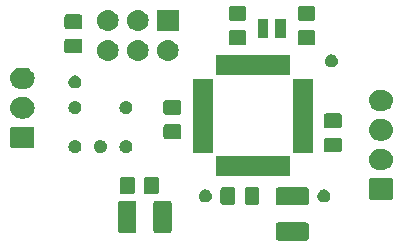
<source format=gbr>
G04 #@! TF.GenerationSoftware,KiCad,Pcbnew,(5.1.4)-1*
G04 #@! TF.CreationDate,2020-02-08T14:35:32-05:00*
G04 #@! TF.ProjectId,Psyduck,50737964-7563-46b2-9e6b-696361645f70,rev?*
G04 #@! TF.SameCoordinates,Original*
G04 #@! TF.FileFunction,Soldermask,Top*
G04 #@! TF.FilePolarity,Negative*
%FSLAX46Y46*%
G04 Gerber Fmt 4.6, Leading zero omitted, Abs format (unit mm)*
G04 Created by KiCad (PCBNEW (5.1.4)-1) date 2020-02-08 14:35:32*
%MOMM*%
%LPD*%
G04 APERTURE LIST*
%ADD10C,0.100000*%
G04 APERTURE END LIST*
D10*
G36*
X39325562Y-33875181D02*
G01*
X39360481Y-33885774D01*
X39392663Y-33902976D01*
X39420873Y-33926127D01*
X39444024Y-33954337D01*
X39461226Y-33986519D01*
X39471819Y-34021438D01*
X39476000Y-34063895D01*
X39476000Y-35205105D01*
X39471819Y-35247562D01*
X39461226Y-35282481D01*
X39444024Y-35314663D01*
X39420873Y-35342873D01*
X39392663Y-35366024D01*
X39360481Y-35383226D01*
X39325562Y-35393819D01*
X39283105Y-35398000D01*
X36916895Y-35398000D01*
X36874438Y-35393819D01*
X36839519Y-35383226D01*
X36807337Y-35366024D01*
X36779127Y-35342873D01*
X36755976Y-35314663D01*
X36738774Y-35282481D01*
X36728181Y-35247562D01*
X36724000Y-35205105D01*
X36724000Y-34063895D01*
X36728181Y-34021438D01*
X36738774Y-33986519D01*
X36755976Y-33954337D01*
X36779127Y-33926127D01*
X36807337Y-33902976D01*
X36839519Y-33885774D01*
X36874438Y-33875181D01*
X36916895Y-33871000D01*
X39283105Y-33871000D01*
X39325562Y-33875181D01*
X39325562Y-33875181D01*
G37*
G36*
X27718062Y-32029181D02*
G01*
X27752981Y-32039774D01*
X27785163Y-32056976D01*
X27813373Y-32080127D01*
X27836524Y-32108337D01*
X27853726Y-32140519D01*
X27864319Y-32175438D01*
X27868500Y-32217895D01*
X27868500Y-34584105D01*
X27864319Y-34626562D01*
X27853726Y-34661481D01*
X27836524Y-34693663D01*
X27813373Y-34721873D01*
X27785163Y-34745024D01*
X27752981Y-34762226D01*
X27718062Y-34772819D01*
X27675605Y-34777000D01*
X26534395Y-34777000D01*
X26491938Y-34772819D01*
X26457019Y-34762226D01*
X26424837Y-34745024D01*
X26396627Y-34721873D01*
X26373476Y-34693663D01*
X26356274Y-34661481D01*
X26345681Y-34626562D01*
X26341500Y-34584105D01*
X26341500Y-32217895D01*
X26345681Y-32175438D01*
X26356274Y-32140519D01*
X26373476Y-32108337D01*
X26396627Y-32080127D01*
X26424837Y-32056976D01*
X26457019Y-32039774D01*
X26491938Y-32029181D01*
X26534395Y-32025000D01*
X27675605Y-32025000D01*
X27718062Y-32029181D01*
X27718062Y-32029181D01*
G37*
G36*
X24743062Y-32029181D02*
G01*
X24777981Y-32039774D01*
X24810163Y-32056976D01*
X24838373Y-32080127D01*
X24861524Y-32108337D01*
X24878726Y-32140519D01*
X24889319Y-32175438D01*
X24893500Y-32217895D01*
X24893500Y-34584105D01*
X24889319Y-34626562D01*
X24878726Y-34661481D01*
X24861524Y-34693663D01*
X24838373Y-34721873D01*
X24810163Y-34745024D01*
X24777981Y-34762226D01*
X24743062Y-34772819D01*
X24700605Y-34777000D01*
X23559395Y-34777000D01*
X23516938Y-34772819D01*
X23482019Y-34762226D01*
X23449837Y-34745024D01*
X23421627Y-34721873D01*
X23398476Y-34693663D01*
X23381274Y-34661481D01*
X23370681Y-34626562D01*
X23366500Y-34584105D01*
X23366500Y-32217895D01*
X23370681Y-32175438D01*
X23381274Y-32140519D01*
X23398476Y-32108337D01*
X23421627Y-32080127D01*
X23449837Y-32056976D01*
X23482019Y-32039774D01*
X23516938Y-32029181D01*
X23559395Y-32025000D01*
X24700605Y-32025000D01*
X24743062Y-32029181D01*
X24743062Y-32029181D01*
G37*
G36*
X39325562Y-30900181D02*
G01*
X39360481Y-30910774D01*
X39392663Y-30927976D01*
X39420873Y-30951127D01*
X39444024Y-30979337D01*
X39461226Y-31011519D01*
X39471819Y-31046438D01*
X39476000Y-31088895D01*
X39476000Y-32230105D01*
X39471819Y-32272562D01*
X39461226Y-32307481D01*
X39444024Y-32339663D01*
X39420873Y-32367873D01*
X39392663Y-32391024D01*
X39360481Y-32408226D01*
X39325562Y-32418819D01*
X39283105Y-32423000D01*
X36916895Y-32423000D01*
X36874438Y-32418819D01*
X36839519Y-32408226D01*
X36807337Y-32391024D01*
X36779127Y-32367873D01*
X36755976Y-32339663D01*
X36738774Y-32307481D01*
X36728181Y-32272562D01*
X36724000Y-32230105D01*
X36724000Y-31088895D01*
X36728181Y-31046438D01*
X36738774Y-31011519D01*
X36755976Y-30979337D01*
X36779127Y-30951127D01*
X36807337Y-30927976D01*
X36839519Y-30910774D01*
X36874438Y-30900181D01*
X36916895Y-30896000D01*
X39283105Y-30896000D01*
X39325562Y-30900181D01*
X39325562Y-30900181D01*
G37*
G36*
X35152674Y-30876465D02*
G01*
X35190367Y-30887899D01*
X35225103Y-30906466D01*
X35255548Y-30931452D01*
X35280534Y-30961897D01*
X35299101Y-30996633D01*
X35310535Y-31034326D01*
X35315000Y-31079661D01*
X35315000Y-32166339D01*
X35310535Y-32211674D01*
X35299101Y-32249367D01*
X35280534Y-32284103D01*
X35255548Y-32314548D01*
X35225103Y-32339534D01*
X35190367Y-32358101D01*
X35152674Y-32369535D01*
X35107339Y-32374000D01*
X34270661Y-32374000D01*
X34225326Y-32369535D01*
X34187633Y-32358101D01*
X34152897Y-32339534D01*
X34122452Y-32314548D01*
X34097466Y-32284103D01*
X34078899Y-32249367D01*
X34067465Y-32211674D01*
X34063000Y-32166339D01*
X34063000Y-31079661D01*
X34067465Y-31034326D01*
X34078899Y-30996633D01*
X34097466Y-30961897D01*
X34122452Y-30931452D01*
X34152897Y-30906466D01*
X34187633Y-30887899D01*
X34225326Y-30876465D01*
X34270661Y-30872000D01*
X35107339Y-30872000D01*
X35152674Y-30876465D01*
X35152674Y-30876465D01*
G37*
G36*
X33102674Y-30876465D02*
G01*
X33140367Y-30887899D01*
X33175103Y-30906466D01*
X33205548Y-30931452D01*
X33230534Y-30961897D01*
X33249101Y-30996633D01*
X33260535Y-31034326D01*
X33265000Y-31079661D01*
X33265000Y-32166339D01*
X33260535Y-32211674D01*
X33249101Y-32249367D01*
X33230534Y-32284103D01*
X33205548Y-32314548D01*
X33175103Y-32339534D01*
X33140367Y-32358101D01*
X33102674Y-32369535D01*
X33057339Y-32374000D01*
X32220661Y-32374000D01*
X32175326Y-32369535D01*
X32137633Y-32358101D01*
X32102897Y-32339534D01*
X32072452Y-32314548D01*
X32047466Y-32284103D01*
X32028899Y-32249367D01*
X32017465Y-32211674D01*
X32013000Y-32166339D01*
X32013000Y-31079661D01*
X32017465Y-31034326D01*
X32028899Y-30996633D01*
X32047466Y-30961897D01*
X32072452Y-30931452D01*
X32102897Y-30906466D01*
X32137633Y-30887899D01*
X32175326Y-30876465D01*
X32220661Y-30872000D01*
X33057339Y-30872000D01*
X33102674Y-30876465D01*
X33102674Y-30876465D01*
G37*
G36*
X40927721Y-31093174D02*
G01*
X41027995Y-31134709D01*
X41071675Y-31163895D01*
X41118242Y-31195010D01*
X41194990Y-31271758D01*
X41194991Y-31271760D01*
X41255291Y-31362005D01*
X41296826Y-31462279D01*
X41318000Y-31568730D01*
X41318000Y-31677270D01*
X41296826Y-31783721D01*
X41255291Y-31883995D01*
X41255290Y-31883996D01*
X41194990Y-31974242D01*
X41118242Y-32050990D01*
X41109283Y-32056976D01*
X41027995Y-32111291D01*
X40927721Y-32152826D01*
X40821270Y-32174000D01*
X40712730Y-32174000D01*
X40606279Y-32152826D01*
X40506005Y-32111291D01*
X40424717Y-32056976D01*
X40415758Y-32050990D01*
X40339010Y-31974242D01*
X40278710Y-31883996D01*
X40278709Y-31883995D01*
X40237174Y-31783721D01*
X40216000Y-31677270D01*
X40216000Y-31568730D01*
X40237174Y-31462279D01*
X40278709Y-31362005D01*
X40339009Y-31271760D01*
X40339010Y-31271758D01*
X40415758Y-31195010D01*
X40462325Y-31163895D01*
X40506005Y-31134709D01*
X40606279Y-31093174D01*
X40712730Y-31072000D01*
X40821270Y-31072000D01*
X40927721Y-31093174D01*
X40927721Y-31093174D01*
G37*
G36*
X30894721Y-31093174D02*
G01*
X30994995Y-31134709D01*
X31038675Y-31163895D01*
X31085242Y-31195010D01*
X31161990Y-31271758D01*
X31161991Y-31271760D01*
X31222291Y-31362005D01*
X31263826Y-31462279D01*
X31285000Y-31568730D01*
X31285000Y-31677270D01*
X31263826Y-31783721D01*
X31222291Y-31883995D01*
X31222290Y-31883996D01*
X31161990Y-31974242D01*
X31085242Y-32050990D01*
X31076283Y-32056976D01*
X30994995Y-32111291D01*
X30894721Y-32152826D01*
X30788270Y-32174000D01*
X30679730Y-32174000D01*
X30573279Y-32152826D01*
X30473005Y-32111291D01*
X30391717Y-32056976D01*
X30382758Y-32050990D01*
X30306010Y-31974242D01*
X30245710Y-31883996D01*
X30245709Y-31883995D01*
X30204174Y-31783721D01*
X30183000Y-31677270D01*
X30183000Y-31568730D01*
X30204174Y-31462279D01*
X30245709Y-31362005D01*
X30306009Y-31271760D01*
X30306010Y-31271758D01*
X30382758Y-31195010D01*
X30429325Y-31163895D01*
X30473005Y-31134709D01*
X30573279Y-31093174D01*
X30679730Y-31072000D01*
X30788270Y-31072000D01*
X30894721Y-31093174D01*
X30894721Y-31093174D01*
G37*
G36*
X46476600Y-30137989D02*
G01*
X46509652Y-30148015D01*
X46540103Y-30164292D01*
X46566799Y-30186201D01*
X46588708Y-30212897D01*
X46604985Y-30243348D01*
X46615011Y-30276400D01*
X46619000Y-30316903D01*
X46619000Y-31753097D01*
X46615011Y-31793600D01*
X46604985Y-31826652D01*
X46588708Y-31857103D01*
X46566799Y-31883799D01*
X46540103Y-31905708D01*
X46509652Y-31921985D01*
X46476600Y-31932011D01*
X46436097Y-31936000D01*
X44749903Y-31936000D01*
X44709400Y-31932011D01*
X44676348Y-31921985D01*
X44645897Y-31905708D01*
X44619201Y-31883799D01*
X44597292Y-31857103D01*
X44581015Y-31826652D01*
X44570989Y-31793600D01*
X44567000Y-31753097D01*
X44567000Y-30316903D01*
X44570989Y-30276400D01*
X44581015Y-30243348D01*
X44597292Y-30212897D01*
X44619201Y-30186201D01*
X44645897Y-30164292D01*
X44676348Y-30148015D01*
X44709400Y-30137989D01*
X44749903Y-30134000D01*
X46436097Y-30134000D01*
X46476600Y-30137989D01*
X46476600Y-30137989D01*
G37*
G36*
X26634674Y-29987465D02*
G01*
X26672367Y-29998899D01*
X26707103Y-30017466D01*
X26737548Y-30042452D01*
X26762534Y-30072897D01*
X26781101Y-30107633D01*
X26792535Y-30145326D01*
X26797000Y-30190661D01*
X26797000Y-31277339D01*
X26792535Y-31322674D01*
X26781101Y-31360367D01*
X26762534Y-31395103D01*
X26737548Y-31425548D01*
X26707103Y-31450534D01*
X26672367Y-31469101D01*
X26634674Y-31480535D01*
X26589339Y-31485000D01*
X25752661Y-31485000D01*
X25707326Y-31480535D01*
X25669633Y-31469101D01*
X25634897Y-31450534D01*
X25604452Y-31425548D01*
X25579466Y-31395103D01*
X25560899Y-31360367D01*
X25549465Y-31322674D01*
X25545000Y-31277339D01*
X25545000Y-30190661D01*
X25549465Y-30145326D01*
X25560899Y-30107633D01*
X25579466Y-30072897D01*
X25604452Y-30042452D01*
X25634897Y-30017466D01*
X25669633Y-29998899D01*
X25707326Y-29987465D01*
X25752661Y-29983000D01*
X26589339Y-29983000D01*
X26634674Y-29987465D01*
X26634674Y-29987465D01*
G37*
G36*
X24584674Y-29987465D02*
G01*
X24622367Y-29998899D01*
X24657103Y-30017466D01*
X24687548Y-30042452D01*
X24712534Y-30072897D01*
X24731101Y-30107633D01*
X24742535Y-30145326D01*
X24747000Y-30190661D01*
X24747000Y-31277339D01*
X24742535Y-31322674D01*
X24731101Y-31360367D01*
X24712534Y-31395103D01*
X24687548Y-31425548D01*
X24657103Y-31450534D01*
X24622367Y-31469101D01*
X24584674Y-31480535D01*
X24539339Y-31485000D01*
X23702661Y-31485000D01*
X23657326Y-31480535D01*
X23619633Y-31469101D01*
X23584897Y-31450534D01*
X23554452Y-31425548D01*
X23529466Y-31395103D01*
X23510899Y-31360367D01*
X23499465Y-31322674D01*
X23495000Y-31277339D01*
X23495000Y-30190661D01*
X23499465Y-30145326D01*
X23510899Y-30107633D01*
X23529466Y-30072897D01*
X23554452Y-30042452D01*
X23584897Y-30017466D01*
X23619633Y-29998899D01*
X23657326Y-29987465D01*
X23702661Y-29983000D01*
X24539339Y-29983000D01*
X24584674Y-29987465D01*
X24584674Y-29987465D01*
G37*
G36*
X37905000Y-29925000D02*
G01*
X31653000Y-29925000D01*
X31653000Y-28223000D01*
X37905000Y-28223000D01*
X37905000Y-29925000D01*
X37905000Y-29925000D01*
G37*
G36*
X45828443Y-27640519D02*
G01*
X45894627Y-27647037D01*
X46064466Y-27698557D01*
X46220991Y-27782222D01*
X46256729Y-27811552D01*
X46358186Y-27894814D01*
X46430557Y-27983000D01*
X46470778Y-28032009D01*
X46554443Y-28188534D01*
X46605963Y-28358373D01*
X46623359Y-28535000D01*
X46605963Y-28711627D01*
X46554443Y-28881466D01*
X46470778Y-29037991D01*
X46441448Y-29073729D01*
X46358186Y-29175186D01*
X46256729Y-29258448D01*
X46220991Y-29287778D01*
X46064466Y-29371443D01*
X45894627Y-29422963D01*
X45828443Y-29429481D01*
X45762260Y-29436000D01*
X45423740Y-29436000D01*
X45357557Y-29429481D01*
X45291373Y-29422963D01*
X45121534Y-29371443D01*
X44965009Y-29287778D01*
X44929271Y-29258448D01*
X44827814Y-29175186D01*
X44744552Y-29073729D01*
X44715222Y-29037991D01*
X44631557Y-28881466D01*
X44580037Y-28711627D01*
X44562641Y-28535000D01*
X44580037Y-28358373D01*
X44631557Y-28188534D01*
X44715222Y-28032009D01*
X44755443Y-27983000D01*
X44827814Y-27894814D01*
X44929271Y-27811552D01*
X44965009Y-27782222D01*
X45121534Y-27698557D01*
X45291373Y-27647037D01*
X45357557Y-27640519D01*
X45423740Y-27634000D01*
X45762260Y-27634000D01*
X45828443Y-27640519D01*
X45828443Y-27640519D01*
G37*
G36*
X19845721Y-26902174D02*
G01*
X19945995Y-26943709D01*
X19945996Y-26943710D01*
X20036242Y-27004010D01*
X20112990Y-27080758D01*
X20112991Y-27080760D01*
X20173291Y-27171005D01*
X20214826Y-27271279D01*
X20236000Y-27377730D01*
X20236000Y-27486270D01*
X20214826Y-27592721D01*
X20173291Y-27692995D01*
X20169574Y-27698558D01*
X20112990Y-27783242D01*
X20036242Y-27859990D01*
X19990812Y-27890345D01*
X19945995Y-27920291D01*
X19845721Y-27961826D01*
X19739270Y-27983000D01*
X19630730Y-27983000D01*
X19524279Y-27961826D01*
X19424005Y-27920291D01*
X19379188Y-27890345D01*
X19333758Y-27859990D01*
X19257010Y-27783242D01*
X19200426Y-27698558D01*
X19196709Y-27692995D01*
X19155174Y-27592721D01*
X19134000Y-27486270D01*
X19134000Y-27377730D01*
X19155174Y-27271279D01*
X19196709Y-27171005D01*
X19257009Y-27080760D01*
X19257010Y-27080758D01*
X19333758Y-27004010D01*
X19424004Y-26943710D01*
X19424005Y-26943709D01*
X19524279Y-26902174D01*
X19630730Y-26881000D01*
X19739270Y-26881000D01*
X19845721Y-26902174D01*
X19845721Y-26902174D01*
G37*
G36*
X22004721Y-26902174D02*
G01*
X22104995Y-26943709D01*
X22104996Y-26943710D01*
X22195242Y-27004010D01*
X22271990Y-27080758D01*
X22271991Y-27080760D01*
X22332291Y-27171005D01*
X22373826Y-27271279D01*
X22395000Y-27377730D01*
X22395000Y-27486270D01*
X22373826Y-27592721D01*
X22332291Y-27692995D01*
X22328574Y-27698558D01*
X22271990Y-27783242D01*
X22195242Y-27859990D01*
X22149812Y-27890345D01*
X22104995Y-27920291D01*
X22004721Y-27961826D01*
X21898270Y-27983000D01*
X21789730Y-27983000D01*
X21683279Y-27961826D01*
X21583005Y-27920291D01*
X21538188Y-27890345D01*
X21492758Y-27859990D01*
X21416010Y-27783242D01*
X21359426Y-27698558D01*
X21355709Y-27692995D01*
X21314174Y-27592721D01*
X21293000Y-27486270D01*
X21293000Y-27377730D01*
X21314174Y-27271279D01*
X21355709Y-27171005D01*
X21416009Y-27080760D01*
X21416010Y-27080758D01*
X21492758Y-27004010D01*
X21583004Y-26943710D01*
X21583005Y-26943709D01*
X21683279Y-26902174D01*
X21789730Y-26881000D01*
X21898270Y-26881000D01*
X22004721Y-26902174D01*
X22004721Y-26902174D01*
G37*
G36*
X24163721Y-26902174D02*
G01*
X24263995Y-26943709D01*
X24263996Y-26943710D01*
X24354242Y-27004010D01*
X24430990Y-27080758D01*
X24430991Y-27080760D01*
X24491291Y-27171005D01*
X24532826Y-27271279D01*
X24554000Y-27377730D01*
X24554000Y-27486270D01*
X24532826Y-27592721D01*
X24491291Y-27692995D01*
X24487574Y-27698558D01*
X24430990Y-27783242D01*
X24354242Y-27859990D01*
X24308812Y-27890345D01*
X24263995Y-27920291D01*
X24163721Y-27961826D01*
X24057270Y-27983000D01*
X23948730Y-27983000D01*
X23842279Y-27961826D01*
X23742005Y-27920291D01*
X23697188Y-27890345D01*
X23651758Y-27859990D01*
X23575010Y-27783242D01*
X23518426Y-27698558D01*
X23514709Y-27692995D01*
X23473174Y-27592721D01*
X23452000Y-27486270D01*
X23452000Y-27377730D01*
X23473174Y-27271279D01*
X23514709Y-27171005D01*
X23575009Y-27080760D01*
X23575010Y-27080758D01*
X23651758Y-27004010D01*
X23742004Y-26943710D01*
X23742005Y-26943709D01*
X23842279Y-26902174D01*
X23948730Y-26881000D01*
X24057270Y-26881000D01*
X24163721Y-26902174D01*
X24163721Y-26902174D01*
G37*
G36*
X31380000Y-27950000D02*
G01*
X29678000Y-27950000D01*
X29678000Y-21698000D01*
X31380000Y-21698000D01*
X31380000Y-27950000D01*
X31380000Y-27950000D01*
G37*
G36*
X39880000Y-27950000D02*
G01*
X38178000Y-27950000D01*
X38178000Y-21698000D01*
X39880000Y-21698000D01*
X39880000Y-27950000D01*
X39880000Y-27950000D01*
G37*
G36*
X42117674Y-26692465D02*
G01*
X42155367Y-26703899D01*
X42190103Y-26722466D01*
X42220548Y-26747452D01*
X42245534Y-26777897D01*
X42264101Y-26812633D01*
X42275535Y-26850326D01*
X42280000Y-26895661D01*
X42280000Y-27732339D01*
X42275535Y-27777674D01*
X42264101Y-27815367D01*
X42245534Y-27850103D01*
X42220548Y-27880548D01*
X42190103Y-27905534D01*
X42155367Y-27924101D01*
X42117674Y-27935535D01*
X42072339Y-27940000D01*
X40985661Y-27940000D01*
X40940326Y-27935535D01*
X40902633Y-27924101D01*
X40867897Y-27905534D01*
X40837452Y-27880548D01*
X40812466Y-27850103D01*
X40793899Y-27815367D01*
X40782465Y-27777674D01*
X40778000Y-27732339D01*
X40778000Y-26895661D01*
X40782465Y-26850326D01*
X40793899Y-26812633D01*
X40812466Y-26777897D01*
X40837452Y-26747452D01*
X40867897Y-26722466D01*
X40902633Y-26703899D01*
X40940326Y-26692465D01*
X40985661Y-26688000D01*
X42072339Y-26688000D01*
X42117674Y-26692465D01*
X42117674Y-26692465D01*
G37*
G36*
X16123600Y-25772989D02*
G01*
X16156652Y-25783015D01*
X16187103Y-25799292D01*
X16213799Y-25821201D01*
X16235708Y-25847897D01*
X16251985Y-25878348D01*
X16262011Y-25911400D01*
X16266000Y-25951903D01*
X16266000Y-27388097D01*
X16262011Y-27428600D01*
X16251985Y-27461652D01*
X16235708Y-27492103D01*
X16213799Y-27518799D01*
X16187103Y-27540708D01*
X16156652Y-27556985D01*
X16123600Y-27567011D01*
X16083097Y-27571000D01*
X14396903Y-27571000D01*
X14356400Y-27567011D01*
X14323348Y-27556985D01*
X14292897Y-27540708D01*
X14266201Y-27518799D01*
X14244292Y-27492103D01*
X14228015Y-27461652D01*
X14217989Y-27428600D01*
X14214000Y-27388097D01*
X14214000Y-25951903D01*
X14217989Y-25911400D01*
X14228015Y-25878348D01*
X14244292Y-25847897D01*
X14266201Y-25821201D01*
X14292897Y-25799292D01*
X14323348Y-25783015D01*
X14356400Y-25772989D01*
X14396903Y-25769000D01*
X16083097Y-25769000D01*
X16123600Y-25772989D01*
X16123600Y-25772989D01*
G37*
G36*
X45828443Y-25140519D02*
G01*
X45894627Y-25147037D01*
X46064466Y-25198557D01*
X46220991Y-25282222D01*
X46256729Y-25311552D01*
X46358186Y-25394814D01*
X46441448Y-25496271D01*
X46470778Y-25532009D01*
X46554443Y-25688534D01*
X46605963Y-25858373D01*
X46623359Y-26035000D01*
X46605963Y-26211627D01*
X46554443Y-26381466D01*
X46470778Y-26537991D01*
X46441448Y-26573729D01*
X46358186Y-26675186D01*
X46295924Y-26726282D01*
X46220991Y-26787778D01*
X46064466Y-26871443D01*
X45894627Y-26922963D01*
X45828443Y-26929481D01*
X45762260Y-26936000D01*
X45423740Y-26936000D01*
X45357557Y-26929481D01*
X45291373Y-26922963D01*
X45121534Y-26871443D01*
X44965009Y-26787778D01*
X44890076Y-26726282D01*
X44827814Y-26675186D01*
X44744552Y-26573729D01*
X44715222Y-26537991D01*
X44631557Y-26381466D01*
X44580037Y-26211627D01*
X44562641Y-26035000D01*
X44580037Y-25858373D01*
X44631557Y-25688534D01*
X44715222Y-25532009D01*
X44744552Y-25496271D01*
X44827814Y-25394814D01*
X44929271Y-25311552D01*
X44965009Y-25282222D01*
X45121534Y-25198557D01*
X45291373Y-25147037D01*
X45357558Y-25140518D01*
X45423740Y-25134000D01*
X45762260Y-25134000D01*
X45828443Y-25140519D01*
X45828443Y-25140519D01*
G37*
G36*
X28528674Y-25558465D02*
G01*
X28566367Y-25569899D01*
X28601103Y-25588466D01*
X28631548Y-25613452D01*
X28656534Y-25643897D01*
X28675101Y-25678633D01*
X28686535Y-25716326D01*
X28691000Y-25761661D01*
X28691000Y-26598339D01*
X28686535Y-26643674D01*
X28675101Y-26681367D01*
X28656534Y-26716103D01*
X28631548Y-26746548D01*
X28601103Y-26771534D01*
X28566367Y-26790101D01*
X28528674Y-26801535D01*
X28483339Y-26806000D01*
X27396661Y-26806000D01*
X27351326Y-26801535D01*
X27313633Y-26790101D01*
X27278897Y-26771534D01*
X27248452Y-26746548D01*
X27223466Y-26716103D01*
X27204899Y-26681367D01*
X27193465Y-26643674D01*
X27189000Y-26598339D01*
X27189000Y-25761661D01*
X27193465Y-25716326D01*
X27204899Y-25678633D01*
X27223466Y-25643897D01*
X27248452Y-25613452D01*
X27278897Y-25588466D01*
X27313633Y-25569899D01*
X27351326Y-25558465D01*
X27396661Y-25554000D01*
X28483339Y-25554000D01*
X28528674Y-25558465D01*
X28528674Y-25558465D01*
G37*
G36*
X42117674Y-24642465D02*
G01*
X42155367Y-24653899D01*
X42190103Y-24672466D01*
X42220548Y-24697452D01*
X42245534Y-24727897D01*
X42264101Y-24762633D01*
X42275535Y-24800326D01*
X42280000Y-24845661D01*
X42280000Y-25682339D01*
X42275535Y-25727674D01*
X42264101Y-25765367D01*
X42245534Y-25800103D01*
X42220548Y-25830548D01*
X42190103Y-25855534D01*
X42155367Y-25874101D01*
X42117674Y-25885535D01*
X42072339Y-25890000D01*
X40985661Y-25890000D01*
X40940326Y-25885535D01*
X40902633Y-25874101D01*
X40867897Y-25855534D01*
X40837452Y-25830548D01*
X40812466Y-25800103D01*
X40793899Y-25765367D01*
X40782465Y-25727674D01*
X40778000Y-25682339D01*
X40778000Y-24845661D01*
X40782465Y-24800326D01*
X40793899Y-24762633D01*
X40812466Y-24727897D01*
X40837452Y-24697452D01*
X40867897Y-24672466D01*
X40902633Y-24653899D01*
X40940326Y-24642465D01*
X40985661Y-24638000D01*
X42072339Y-24638000D01*
X42117674Y-24642465D01*
X42117674Y-24642465D01*
G37*
G36*
X15475443Y-23275519D02*
G01*
X15541627Y-23282037D01*
X15711466Y-23333557D01*
X15867991Y-23417222D01*
X15903729Y-23446552D01*
X16005186Y-23529814D01*
X16083271Y-23624962D01*
X16117778Y-23667009D01*
X16201443Y-23823534D01*
X16252963Y-23993373D01*
X16270359Y-24170000D01*
X16252963Y-24346627D01*
X16201443Y-24516466D01*
X16117778Y-24672991D01*
X16098445Y-24696548D01*
X16005186Y-24810186D01*
X15903729Y-24893448D01*
X15867991Y-24922778D01*
X15711466Y-25006443D01*
X15541627Y-25057963D01*
X15475442Y-25064482D01*
X15409260Y-25071000D01*
X15070740Y-25071000D01*
X15004558Y-25064482D01*
X14938373Y-25057963D01*
X14768534Y-25006443D01*
X14612009Y-24922778D01*
X14576271Y-24893448D01*
X14474814Y-24810186D01*
X14381555Y-24696548D01*
X14362222Y-24672991D01*
X14278557Y-24516466D01*
X14227037Y-24346627D01*
X14209641Y-24170000D01*
X14227037Y-23993373D01*
X14278557Y-23823534D01*
X14362222Y-23667009D01*
X14396729Y-23624962D01*
X14474814Y-23529814D01*
X14576271Y-23446552D01*
X14612009Y-23417222D01*
X14768534Y-23333557D01*
X14938373Y-23282037D01*
X15004557Y-23275519D01*
X15070740Y-23269000D01*
X15409260Y-23269000D01*
X15475443Y-23275519D01*
X15475443Y-23275519D01*
G37*
G36*
X28528674Y-23508465D02*
G01*
X28566367Y-23519899D01*
X28601103Y-23538466D01*
X28631548Y-23563452D01*
X28656534Y-23593897D01*
X28675101Y-23628633D01*
X28686535Y-23666326D01*
X28691000Y-23711661D01*
X28691000Y-24548339D01*
X28686535Y-24593674D01*
X28675101Y-24631367D01*
X28656534Y-24666103D01*
X28631548Y-24696548D01*
X28601103Y-24721534D01*
X28566367Y-24740101D01*
X28528674Y-24751535D01*
X28483339Y-24756000D01*
X27396661Y-24756000D01*
X27351326Y-24751535D01*
X27313633Y-24740101D01*
X27278897Y-24721534D01*
X27248452Y-24696548D01*
X27223466Y-24666103D01*
X27204899Y-24631367D01*
X27193465Y-24593674D01*
X27189000Y-24548339D01*
X27189000Y-23711661D01*
X27193465Y-23666326D01*
X27204899Y-23628633D01*
X27223466Y-23593897D01*
X27248452Y-23563452D01*
X27278897Y-23538466D01*
X27313633Y-23519899D01*
X27351326Y-23508465D01*
X27396661Y-23504000D01*
X28483339Y-23504000D01*
X28528674Y-23508465D01*
X28528674Y-23508465D01*
G37*
G36*
X19845721Y-23600174D02*
G01*
X19945995Y-23641709D01*
X19945996Y-23641710D01*
X20036242Y-23702010D01*
X20112990Y-23778758D01*
X20112991Y-23778760D01*
X20173291Y-23869005D01*
X20214826Y-23969279D01*
X20236000Y-24075730D01*
X20236000Y-24184270D01*
X20214826Y-24290721D01*
X20173291Y-24390995D01*
X20143345Y-24435812D01*
X20112990Y-24481242D01*
X20036242Y-24557990D01*
X19991354Y-24587983D01*
X19945995Y-24618291D01*
X19845721Y-24659826D01*
X19739270Y-24681000D01*
X19630730Y-24681000D01*
X19524279Y-24659826D01*
X19424005Y-24618291D01*
X19378646Y-24587983D01*
X19333758Y-24557990D01*
X19257010Y-24481242D01*
X19226655Y-24435812D01*
X19196709Y-24390995D01*
X19155174Y-24290721D01*
X19134000Y-24184270D01*
X19134000Y-24075730D01*
X19155174Y-23969279D01*
X19196709Y-23869005D01*
X19257009Y-23778760D01*
X19257010Y-23778758D01*
X19333758Y-23702010D01*
X19424004Y-23641710D01*
X19424005Y-23641709D01*
X19524279Y-23600174D01*
X19630730Y-23579000D01*
X19739270Y-23579000D01*
X19845721Y-23600174D01*
X19845721Y-23600174D01*
G37*
G36*
X24163721Y-23600174D02*
G01*
X24263995Y-23641709D01*
X24263996Y-23641710D01*
X24354242Y-23702010D01*
X24430990Y-23778758D01*
X24430991Y-23778760D01*
X24491291Y-23869005D01*
X24532826Y-23969279D01*
X24554000Y-24075730D01*
X24554000Y-24184270D01*
X24532826Y-24290721D01*
X24491291Y-24390995D01*
X24461345Y-24435812D01*
X24430990Y-24481242D01*
X24354242Y-24557990D01*
X24309354Y-24587983D01*
X24263995Y-24618291D01*
X24163721Y-24659826D01*
X24057270Y-24681000D01*
X23948730Y-24681000D01*
X23842279Y-24659826D01*
X23742005Y-24618291D01*
X23696646Y-24587983D01*
X23651758Y-24557990D01*
X23575010Y-24481242D01*
X23544655Y-24435812D01*
X23514709Y-24390995D01*
X23473174Y-24290721D01*
X23452000Y-24184270D01*
X23452000Y-24075730D01*
X23473174Y-23969279D01*
X23514709Y-23869005D01*
X23575009Y-23778760D01*
X23575010Y-23778758D01*
X23651758Y-23702010D01*
X23742004Y-23641710D01*
X23742005Y-23641709D01*
X23842279Y-23600174D01*
X23948730Y-23579000D01*
X24057270Y-23579000D01*
X24163721Y-23600174D01*
X24163721Y-23600174D01*
G37*
G36*
X45828443Y-22640519D02*
G01*
X45894627Y-22647037D01*
X46064466Y-22698557D01*
X46220991Y-22782222D01*
X46256729Y-22811552D01*
X46358186Y-22894814D01*
X46441448Y-22996271D01*
X46470778Y-23032009D01*
X46554443Y-23188534D01*
X46605963Y-23358373D01*
X46623359Y-23535000D01*
X46605963Y-23711627D01*
X46554443Y-23881466D01*
X46470778Y-24037991D01*
X46441448Y-24073729D01*
X46358186Y-24175186D01*
X46256729Y-24258448D01*
X46220991Y-24287778D01*
X46064466Y-24371443D01*
X45894627Y-24422963D01*
X45828443Y-24429481D01*
X45762260Y-24436000D01*
X45423740Y-24436000D01*
X45357557Y-24429481D01*
X45291373Y-24422963D01*
X45121534Y-24371443D01*
X44965009Y-24287778D01*
X44929271Y-24258448D01*
X44827814Y-24175186D01*
X44744552Y-24073729D01*
X44715222Y-24037991D01*
X44631557Y-23881466D01*
X44580037Y-23711627D01*
X44562641Y-23535000D01*
X44580037Y-23358373D01*
X44631557Y-23188534D01*
X44715222Y-23032009D01*
X44744552Y-22996271D01*
X44827814Y-22894814D01*
X44929271Y-22811552D01*
X44965009Y-22782222D01*
X45121534Y-22698557D01*
X45291373Y-22647037D01*
X45357557Y-22640519D01*
X45423740Y-22634000D01*
X45762260Y-22634000D01*
X45828443Y-22640519D01*
X45828443Y-22640519D01*
G37*
G36*
X15475442Y-20775518D02*
G01*
X15541627Y-20782037D01*
X15711466Y-20833557D01*
X15867991Y-20917222D01*
X15903729Y-20946552D01*
X16005186Y-21029814D01*
X16088448Y-21131271D01*
X16117778Y-21167009D01*
X16201443Y-21323534D01*
X16252963Y-21493373D01*
X16270359Y-21670000D01*
X16252963Y-21846627D01*
X16201443Y-22016466D01*
X16117778Y-22172991D01*
X16088448Y-22208729D01*
X16005186Y-22310186D01*
X15903729Y-22393448D01*
X15867991Y-22422778D01*
X15789729Y-22464610D01*
X15721977Y-22500825D01*
X15711466Y-22506443D01*
X15541627Y-22557963D01*
X15475442Y-22564482D01*
X15409260Y-22571000D01*
X15070740Y-22571000D01*
X15004558Y-22564482D01*
X14938373Y-22557963D01*
X14768534Y-22506443D01*
X14758024Y-22500825D01*
X14690271Y-22464610D01*
X14612009Y-22422778D01*
X14576271Y-22393448D01*
X14474814Y-22310186D01*
X14391552Y-22208729D01*
X14362222Y-22172991D01*
X14278557Y-22016466D01*
X14227037Y-21846627D01*
X14209641Y-21670000D01*
X14227037Y-21493373D01*
X14278557Y-21323534D01*
X14362222Y-21167009D01*
X14391552Y-21131271D01*
X14474814Y-21029814D01*
X14576271Y-20946552D01*
X14612009Y-20917222D01*
X14768534Y-20833557D01*
X14938373Y-20782037D01*
X15004558Y-20775518D01*
X15070740Y-20769000D01*
X15409260Y-20769000D01*
X15475442Y-20775518D01*
X15475442Y-20775518D01*
G37*
G36*
X19845721Y-21441174D02*
G01*
X19945995Y-21482709D01*
X19990812Y-21512655D01*
X20036242Y-21543010D01*
X20112990Y-21619758D01*
X20112991Y-21619760D01*
X20173291Y-21710005D01*
X20214826Y-21810279D01*
X20236000Y-21916730D01*
X20236000Y-22025270D01*
X20214826Y-22131721D01*
X20173291Y-22231995D01*
X20173290Y-22231996D01*
X20112990Y-22322242D01*
X20036242Y-22398990D01*
X20000640Y-22422778D01*
X19945995Y-22459291D01*
X19845721Y-22500826D01*
X19739270Y-22522000D01*
X19630730Y-22522000D01*
X19524279Y-22500826D01*
X19424005Y-22459291D01*
X19369360Y-22422778D01*
X19333758Y-22398990D01*
X19257010Y-22322242D01*
X19196710Y-22231996D01*
X19196709Y-22231995D01*
X19155174Y-22131721D01*
X19134000Y-22025270D01*
X19134000Y-21916730D01*
X19155174Y-21810279D01*
X19196709Y-21710005D01*
X19257009Y-21619760D01*
X19257010Y-21619758D01*
X19333758Y-21543010D01*
X19379188Y-21512655D01*
X19424005Y-21482709D01*
X19524279Y-21441174D01*
X19630730Y-21420000D01*
X19739270Y-21420000D01*
X19845721Y-21441174D01*
X19845721Y-21441174D01*
G37*
G36*
X37905000Y-21425000D02*
G01*
X31653000Y-21425000D01*
X31653000Y-19723000D01*
X37905000Y-19723000D01*
X37905000Y-21425000D01*
X37905000Y-21425000D01*
G37*
G36*
X41562721Y-19663174D02*
G01*
X41662995Y-19704709D01*
X41662996Y-19704710D01*
X41753242Y-19765010D01*
X41829990Y-19841758D01*
X41829991Y-19841760D01*
X41890291Y-19932005D01*
X41931826Y-20032279D01*
X41953000Y-20138730D01*
X41953000Y-20247270D01*
X41931826Y-20353721D01*
X41890291Y-20453995D01*
X41890290Y-20453996D01*
X41829990Y-20544242D01*
X41753242Y-20620990D01*
X41707812Y-20651345D01*
X41662995Y-20681291D01*
X41562721Y-20722826D01*
X41456270Y-20744000D01*
X41347730Y-20744000D01*
X41241279Y-20722826D01*
X41141005Y-20681291D01*
X41096188Y-20651345D01*
X41050758Y-20620990D01*
X40974010Y-20544242D01*
X40913710Y-20453996D01*
X40913709Y-20453995D01*
X40872174Y-20353721D01*
X40851000Y-20247270D01*
X40851000Y-20138730D01*
X40872174Y-20032279D01*
X40913709Y-19932005D01*
X40974009Y-19841760D01*
X40974010Y-19841758D01*
X41050758Y-19765010D01*
X41141004Y-19704710D01*
X41141005Y-19704709D01*
X41241279Y-19663174D01*
X41347730Y-19642000D01*
X41456270Y-19642000D01*
X41562721Y-19663174D01*
X41562721Y-19663174D01*
G37*
G36*
X27669443Y-18409519D02*
G01*
X27735627Y-18416037D01*
X27905466Y-18467557D01*
X28061991Y-18551222D01*
X28079543Y-18565627D01*
X28199186Y-18663814D01*
X28282448Y-18765271D01*
X28311778Y-18801009D01*
X28395443Y-18957534D01*
X28446963Y-19127373D01*
X28464359Y-19304000D01*
X28446963Y-19480627D01*
X28395443Y-19650466D01*
X28311778Y-19806991D01*
X28283245Y-19841758D01*
X28199186Y-19944186D01*
X28097729Y-20027448D01*
X28061991Y-20056778D01*
X27905466Y-20140443D01*
X27735627Y-20191963D01*
X27669443Y-20198481D01*
X27603260Y-20205000D01*
X27514740Y-20205000D01*
X27448557Y-20198481D01*
X27382373Y-20191963D01*
X27212534Y-20140443D01*
X27056009Y-20056778D01*
X27020271Y-20027448D01*
X26918814Y-19944186D01*
X26834755Y-19841758D01*
X26806222Y-19806991D01*
X26722557Y-19650466D01*
X26671037Y-19480627D01*
X26653641Y-19304000D01*
X26671037Y-19127373D01*
X26722557Y-18957534D01*
X26806222Y-18801009D01*
X26835552Y-18765271D01*
X26918814Y-18663814D01*
X27038457Y-18565627D01*
X27056009Y-18551222D01*
X27212534Y-18467557D01*
X27382373Y-18416037D01*
X27448557Y-18409519D01*
X27514740Y-18403000D01*
X27603260Y-18403000D01*
X27669443Y-18409519D01*
X27669443Y-18409519D01*
G37*
G36*
X25129443Y-18409519D02*
G01*
X25195627Y-18416037D01*
X25365466Y-18467557D01*
X25521991Y-18551222D01*
X25539543Y-18565627D01*
X25659186Y-18663814D01*
X25742448Y-18765271D01*
X25771778Y-18801009D01*
X25855443Y-18957534D01*
X25906963Y-19127373D01*
X25924359Y-19304000D01*
X25906963Y-19480627D01*
X25855443Y-19650466D01*
X25771778Y-19806991D01*
X25743245Y-19841758D01*
X25659186Y-19944186D01*
X25557729Y-20027448D01*
X25521991Y-20056778D01*
X25365466Y-20140443D01*
X25195627Y-20191963D01*
X25129443Y-20198481D01*
X25063260Y-20205000D01*
X24974740Y-20205000D01*
X24908557Y-20198481D01*
X24842373Y-20191963D01*
X24672534Y-20140443D01*
X24516009Y-20056778D01*
X24480271Y-20027448D01*
X24378814Y-19944186D01*
X24294755Y-19841758D01*
X24266222Y-19806991D01*
X24182557Y-19650466D01*
X24131037Y-19480627D01*
X24113641Y-19304000D01*
X24131037Y-19127373D01*
X24182557Y-18957534D01*
X24266222Y-18801009D01*
X24295552Y-18765271D01*
X24378814Y-18663814D01*
X24498457Y-18565627D01*
X24516009Y-18551222D01*
X24672534Y-18467557D01*
X24842373Y-18416037D01*
X24908557Y-18409519D01*
X24974740Y-18403000D01*
X25063260Y-18403000D01*
X25129443Y-18409519D01*
X25129443Y-18409519D01*
G37*
G36*
X22589443Y-18409519D02*
G01*
X22655627Y-18416037D01*
X22825466Y-18467557D01*
X22981991Y-18551222D01*
X22999543Y-18565627D01*
X23119186Y-18663814D01*
X23202448Y-18765271D01*
X23231778Y-18801009D01*
X23315443Y-18957534D01*
X23366963Y-19127373D01*
X23384359Y-19304000D01*
X23366963Y-19480627D01*
X23315443Y-19650466D01*
X23231778Y-19806991D01*
X23203245Y-19841758D01*
X23119186Y-19944186D01*
X23017729Y-20027448D01*
X22981991Y-20056778D01*
X22825466Y-20140443D01*
X22655627Y-20191963D01*
X22589443Y-20198481D01*
X22523260Y-20205000D01*
X22434740Y-20205000D01*
X22368557Y-20198481D01*
X22302373Y-20191963D01*
X22132534Y-20140443D01*
X21976009Y-20056778D01*
X21940271Y-20027448D01*
X21838814Y-19944186D01*
X21754755Y-19841758D01*
X21726222Y-19806991D01*
X21642557Y-19650466D01*
X21591037Y-19480627D01*
X21573641Y-19304000D01*
X21591037Y-19127373D01*
X21642557Y-18957534D01*
X21726222Y-18801009D01*
X21755552Y-18765271D01*
X21838814Y-18663814D01*
X21958457Y-18565627D01*
X21976009Y-18551222D01*
X22132534Y-18467557D01*
X22302373Y-18416037D01*
X22368557Y-18409519D01*
X22434740Y-18403000D01*
X22523260Y-18403000D01*
X22589443Y-18409519D01*
X22589443Y-18409519D01*
G37*
G36*
X20146674Y-18310465D02*
G01*
X20184367Y-18321899D01*
X20219103Y-18340466D01*
X20249548Y-18365452D01*
X20274534Y-18395897D01*
X20293101Y-18430633D01*
X20304535Y-18468326D01*
X20309000Y-18513661D01*
X20309000Y-19350339D01*
X20304535Y-19395674D01*
X20293101Y-19433367D01*
X20274534Y-19468103D01*
X20249548Y-19498548D01*
X20219103Y-19523534D01*
X20184367Y-19542101D01*
X20146674Y-19553535D01*
X20101339Y-19558000D01*
X19014661Y-19558000D01*
X18969326Y-19553535D01*
X18931633Y-19542101D01*
X18896897Y-19523534D01*
X18866452Y-19498548D01*
X18841466Y-19468103D01*
X18822899Y-19433367D01*
X18811465Y-19395674D01*
X18807000Y-19350339D01*
X18807000Y-18513661D01*
X18811465Y-18468326D01*
X18822899Y-18430633D01*
X18841466Y-18395897D01*
X18866452Y-18365452D01*
X18896897Y-18340466D01*
X18931633Y-18321899D01*
X18969326Y-18310465D01*
X19014661Y-18306000D01*
X20101339Y-18306000D01*
X20146674Y-18310465D01*
X20146674Y-18310465D01*
G37*
G36*
X39882474Y-17590265D02*
G01*
X39920167Y-17601699D01*
X39954903Y-17620266D01*
X39985348Y-17645252D01*
X40010334Y-17675697D01*
X40028901Y-17710433D01*
X40040335Y-17748126D01*
X40044800Y-17793461D01*
X40044800Y-18630139D01*
X40040335Y-18675474D01*
X40028901Y-18713167D01*
X40010334Y-18747903D01*
X39985348Y-18778348D01*
X39954903Y-18803334D01*
X39920167Y-18821901D01*
X39882474Y-18833335D01*
X39837139Y-18837800D01*
X38750461Y-18837800D01*
X38705126Y-18833335D01*
X38667433Y-18821901D01*
X38632697Y-18803334D01*
X38602252Y-18778348D01*
X38577266Y-18747903D01*
X38558699Y-18713167D01*
X38547265Y-18675474D01*
X38542800Y-18630139D01*
X38542800Y-17793461D01*
X38547265Y-17748126D01*
X38558699Y-17710433D01*
X38577266Y-17675697D01*
X38602252Y-17645252D01*
X38632697Y-17620266D01*
X38667433Y-17601699D01*
X38705126Y-17590265D01*
X38750461Y-17585800D01*
X39837139Y-17585800D01*
X39882474Y-17590265D01*
X39882474Y-17590265D01*
G37*
G36*
X34040474Y-17590265D02*
G01*
X34078167Y-17601699D01*
X34112903Y-17620266D01*
X34143348Y-17645252D01*
X34168334Y-17675697D01*
X34186901Y-17710433D01*
X34198335Y-17748126D01*
X34202800Y-17793461D01*
X34202800Y-18630139D01*
X34198335Y-18675474D01*
X34186901Y-18713167D01*
X34168334Y-18747903D01*
X34143348Y-18778348D01*
X34112903Y-18803334D01*
X34078167Y-18821901D01*
X34040474Y-18833335D01*
X33995139Y-18837800D01*
X32908461Y-18837800D01*
X32863126Y-18833335D01*
X32825433Y-18821901D01*
X32790697Y-18803334D01*
X32760252Y-18778348D01*
X32735266Y-18747903D01*
X32716699Y-18713167D01*
X32705265Y-18675474D01*
X32700800Y-18630139D01*
X32700800Y-17793461D01*
X32705265Y-17748126D01*
X32716699Y-17710433D01*
X32735266Y-17675697D01*
X32760252Y-17645252D01*
X32790697Y-17620266D01*
X32825433Y-17601699D01*
X32863126Y-17590265D01*
X32908461Y-17585800D01*
X33995139Y-17585800D01*
X34040474Y-17590265D01*
X34040474Y-17590265D01*
G37*
G36*
X37573800Y-18250800D02*
G01*
X36671800Y-18250800D01*
X36671800Y-16648800D01*
X37573800Y-16648800D01*
X37573800Y-18250800D01*
X37573800Y-18250800D01*
G37*
G36*
X36073800Y-18250800D02*
G01*
X35171800Y-18250800D01*
X35171800Y-16648800D01*
X36073800Y-16648800D01*
X36073800Y-18250800D01*
X36073800Y-18250800D01*
G37*
G36*
X28460000Y-17665000D02*
G01*
X26658000Y-17665000D01*
X26658000Y-15863000D01*
X28460000Y-15863000D01*
X28460000Y-17665000D01*
X28460000Y-17665000D01*
G37*
G36*
X25129443Y-15869519D02*
G01*
X25195627Y-15876037D01*
X25365466Y-15927557D01*
X25521991Y-16011222D01*
X25557729Y-16040552D01*
X25659186Y-16123814D01*
X25742448Y-16225271D01*
X25771778Y-16261009D01*
X25855443Y-16417534D01*
X25906963Y-16587373D01*
X25924359Y-16764000D01*
X25906963Y-16940627D01*
X25855443Y-17110466D01*
X25771778Y-17266991D01*
X25753777Y-17288925D01*
X25659186Y-17404186D01*
X25574684Y-17473534D01*
X25521991Y-17516778D01*
X25365466Y-17600443D01*
X25195627Y-17651963D01*
X25129442Y-17658482D01*
X25063260Y-17665000D01*
X24974740Y-17665000D01*
X24908558Y-17658482D01*
X24842373Y-17651963D01*
X24672534Y-17600443D01*
X24516009Y-17516778D01*
X24463316Y-17473534D01*
X24378814Y-17404186D01*
X24284223Y-17288925D01*
X24266222Y-17266991D01*
X24182557Y-17110466D01*
X24131037Y-16940627D01*
X24113641Y-16764000D01*
X24131037Y-16587373D01*
X24182557Y-16417534D01*
X24266222Y-16261009D01*
X24295552Y-16225271D01*
X24378814Y-16123814D01*
X24480271Y-16040552D01*
X24516009Y-16011222D01*
X24672534Y-15927557D01*
X24842373Y-15876037D01*
X24908557Y-15869519D01*
X24974740Y-15863000D01*
X25063260Y-15863000D01*
X25129443Y-15869519D01*
X25129443Y-15869519D01*
G37*
G36*
X22589443Y-15869519D02*
G01*
X22655627Y-15876037D01*
X22825466Y-15927557D01*
X22981991Y-16011222D01*
X23017729Y-16040552D01*
X23119186Y-16123814D01*
X23202448Y-16225271D01*
X23231778Y-16261009D01*
X23315443Y-16417534D01*
X23366963Y-16587373D01*
X23384359Y-16764000D01*
X23366963Y-16940627D01*
X23315443Y-17110466D01*
X23231778Y-17266991D01*
X23213777Y-17288925D01*
X23119186Y-17404186D01*
X23034684Y-17473534D01*
X22981991Y-17516778D01*
X22825466Y-17600443D01*
X22655627Y-17651963D01*
X22589442Y-17658482D01*
X22523260Y-17665000D01*
X22434740Y-17665000D01*
X22368558Y-17658482D01*
X22302373Y-17651963D01*
X22132534Y-17600443D01*
X21976009Y-17516778D01*
X21923316Y-17473534D01*
X21838814Y-17404186D01*
X21744223Y-17288925D01*
X21726222Y-17266991D01*
X21642557Y-17110466D01*
X21591037Y-16940627D01*
X21573641Y-16764000D01*
X21591037Y-16587373D01*
X21642557Y-16417534D01*
X21726222Y-16261009D01*
X21755552Y-16225271D01*
X21838814Y-16123814D01*
X21940271Y-16040552D01*
X21976009Y-16011222D01*
X22132534Y-15927557D01*
X22302373Y-15876037D01*
X22368557Y-15869519D01*
X22434740Y-15863000D01*
X22523260Y-15863000D01*
X22589443Y-15869519D01*
X22589443Y-15869519D01*
G37*
G36*
X20146674Y-16260465D02*
G01*
X20184367Y-16271899D01*
X20219103Y-16290466D01*
X20249548Y-16315452D01*
X20274534Y-16345897D01*
X20293101Y-16380633D01*
X20304535Y-16418326D01*
X20309000Y-16463661D01*
X20309000Y-17300339D01*
X20304535Y-17345674D01*
X20293101Y-17383367D01*
X20274534Y-17418103D01*
X20249548Y-17448548D01*
X20219103Y-17473534D01*
X20184367Y-17492101D01*
X20146674Y-17503535D01*
X20101339Y-17508000D01*
X19014661Y-17508000D01*
X18969326Y-17503535D01*
X18931633Y-17492101D01*
X18896897Y-17473534D01*
X18866452Y-17448548D01*
X18841466Y-17418103D01*
X18822899Y-17383367D01*
X18811465Y-17345674D01*
X18807000Y-17300339D01*
X18807000Y-16463661D01*
X18811465Y-16418326D01*
X18822899Y-16380633D01*
X18841466Y-16345897D01*
X18866452Y-16315452D01*
X18896897Y-16290466D01*
X18931633Y-16271899D01*
X18969326Y-16260465D01*
X19014661Y-16256000D01*
X20101339Y-16256000D01*
X20146674Y-16260465D01*
X20146674Y-16260465D01*
G37*
G36*
X34040474Y-15540265D02*
G01*
X34078167Y-15551699D01*
X34112903Y-15570266D01*
X34143348Y-15595252D01*
X34168334Y-15625697D01*
X34186901Y-15660433D01*
X34198335Y-15698126D01*
X34202800Y-15743461D01*
X34202800Y-16580139D01*
X34198335Y-16625474D01*
X34186901Y-16663167D01*
X34168334Y-16697903D01*
X34143348Y-16728348D01*
X34112903Y-16753334D01*
X34078167Y-16771901D01*
X34040474Y-16783335D01*
X33995139Y-16787800D01*
X32908461Y-16787800D01*
X32863126Y-16783335D01*
X32825433Y-16771901D01*
X32790697Y-16753334D01*
X32760252Y-16728348D01*
X32735266Y-16697903D01*
X32716699Y-16663167D01*
X32705265Y-16625474D01*
X32700800Y-16580139D01*
X32700800Y-15743461D01*
X32705265Y-15698126D01*
X32716699Y-15660433D01*
X32735266Y-15625697D01*
X32760252Y-15595252D01*
X32790697Y-15570266D01*
X32825433Y-15551699D01*
X32863126Y-15540265D01*
X32908461Y-15535800D01*
X33995139Y-15535800D01*
X34040474Y-15540265D01*
X34040474Y-15540265D01*
G37*
G36*
X39882474Y-15540265D02*
G01*
X39920167Y-15551699D01*
X39954903Y-15570266D01*
X39985348Y-15595252D01*
X40010334Y-15625697D01*
X40028901Y-15660433D01*
X40040335Y-15698126D01*
X40044800Y-15743461D01*
X40044800Y-16580139D01*
X40040335Y-16625474D01*
X40028901Y-16663167D01*
X40010334Y-16697903D01*
X39985348Y-16728348D01*
X39954903Y-16753334D01*
X39920167Y-16771901D01*
X39882474Y-16783335D01*
X39837139Y-16787800D01*
X38750461Y-16787800D01*
X38705126Y-16783335D01*
X38667433Y-16771901D01*
X38632697Y-16753334D01*
X38602252Y-16728348D01*
X38577266Y-16697903D01*
X38558699Y-16663167D01*
X38547265Y-16625474D01*
X38542800Y-16580139D01*
X38542800Y-15743461D01*
X38547265Y-15698126D01*
X38558699Y-15660433D01*
X38577266Y-15625697D01*
X38602252Y-15595252D01*
X38632697Y-15570266D01*
X38667433Y-15551699D01*
X38705126Y-15540265D01*
X38750461Y-15535800D01*
X39837139Y-15535800D01*
X39882474Y-15540265D01*
X39882474Y-15540265D01*
G37*
M02*

</source>
